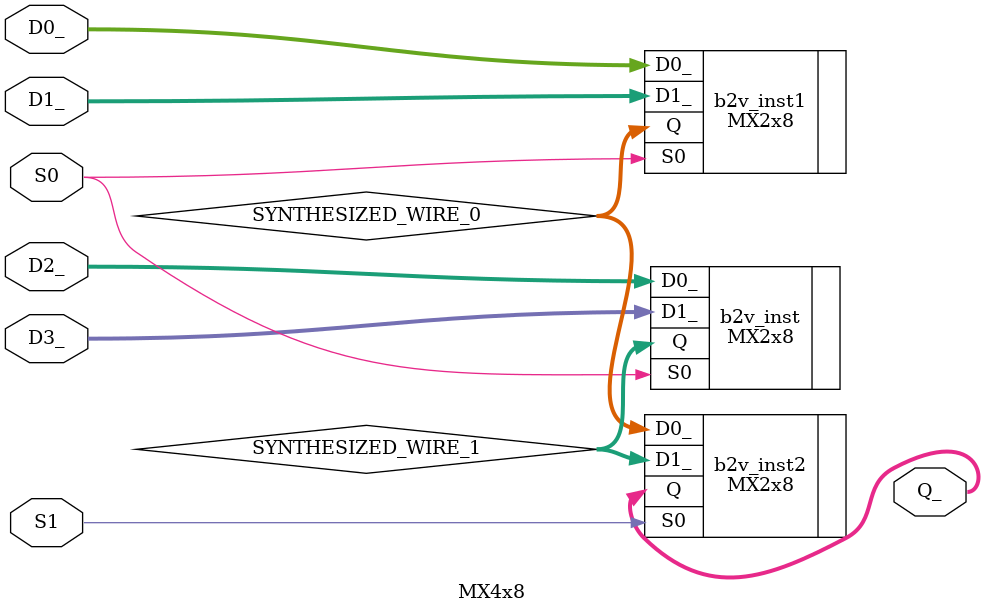
<source format=v>


module MX4x8(
	S1,
	S0,
	D0_,
	D1_,
	D2_,
	D3_,
	Q_
);


input wire	S1;
input wire	S0;
input wire	[7:0] D0_;
input wire	[7:0] D1_;
input wire	[7:0] D2_;
input wire	[7:0] D3_;
output wire	[7:0] Q_;

wire	[7:0] SYNTHESIZED_WIRE_0;
wire	[7:0] SYNTHESIZED_WIRE_1;





MX2x8	b2v_inst(
	.S0(S0),
	.D0_(D2_),
	.D1_(D3_),
	.Q(SYNTHESIZED_WIRE_1));


MX2x8	b2v_inst1(
	.S0(S0),
	.D0_(D0_),
	.D1_(D1_),
	.Q(SYNTHESIZED_WIRE_0));


MX2x8	b2v_inst2(
	.S0(S1),
	.D0_(SYNTHESIZED_WIRE_0),
	.D1_(SYNTHESIZED_WIRE_1),
	.Q(Q_));


endmodule

</source>
